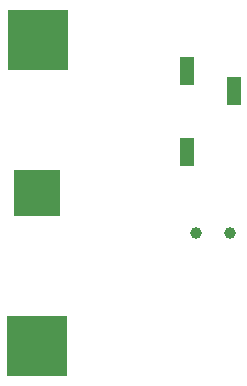
<source format=gbp>
G04 #@! TF.GenerationSoftware,KiCad,Pcbnew,5.1.0*
G04 #@! TF.CreationDate,2019-04-07T16:46:14+09:00*
G04 #@! TF.ProjectId,micro_cmos_guy,6d696372-6f5f-4636-9d6f-735f6775792e,rev?*
G04 #@! TF.SameCoordinates,Original*
G04 #@! TF.FileFunction,Paste,Bot*
G04 #@! TF.FilePolarity,Positive*
%FSLAX46Y46*%
G04 Gerber Fmt 4.6, Leading zero omitted, Abs format (unit mm)*
G04 Created by KiCad (PCBNEW 5.1.0) date 2019-04-07 16:46:14*
%MOMM*%
%LPD*%
G04 APERTURE LIST*
%ADD10R,4.000000X4.000000*%
%ADD11R,5.200000X5.200000*%
%ADD12R,1.200000X2.400000*%
%ADD13C,1.000000*%
G04 APERTURE END LIST*
D10*
X113500000Y-100900000D03*
D11*
X113500000Y-113850000D03*
X113600000Y-87950000D03*
D12*
X126250000Y-97450000D03*
X126250000Y-90550000D03*
X130250000Y-92250000D03*
D13*
X127000000Y-104250000D03*
X129900000Y-104250000D03*
M02*

</source>
